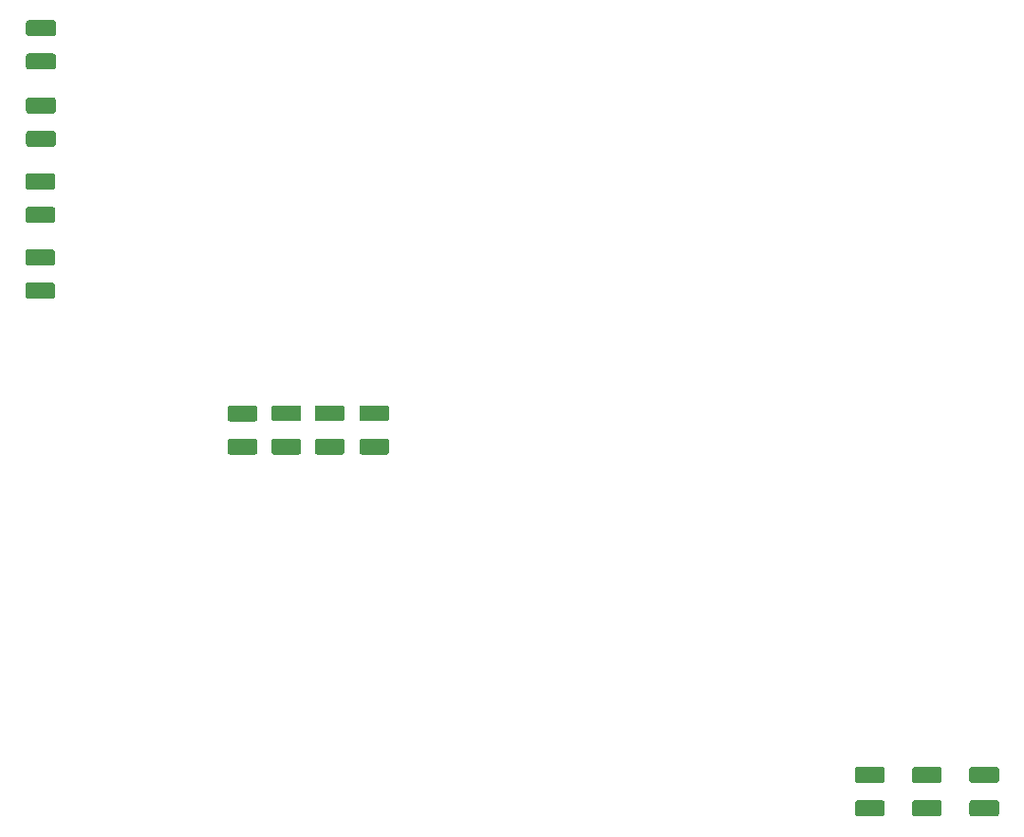
<source format=gbp>
G04 #@! TF.GenerationSoftware,KiCad,Pcbnew,5.1.5+dfsg1-2build2*
G04 #@! TF.CreationDate,2020-11-12T16:29:49+01:00*
G04 #@! TF.ProjectId,motherboard,6d6f7468-6572-4626-9f61-72642e6b6963,v0.3*
G04 #@! TF.SameCoordinates,Original*
G04 #@! TF.FileFunction,Paste,Bot*
G04 #@! TF.FilePolarity,Positive*
%FSLAX46Y46*%
G04 Gerber Fmt 4.6, Leading zero omitted, Abs format (unit mm)*
G04 Created by KiCad (PCBNEW 5.1.5+dfsg1-2build2) date 2020-11-12 16:29:49*
%MOMM*%
%LPD*%
G04 APERTURE LIST*
%ADD10C,0.150000*%
G04 APERTURE END LIST*
D10*
G36*
X59974504Y-106476204D02*
G01*
X59998773Y-106479804D01*
X60022571Y-106485765D01*
X60045671Y-106494030D01*
X60067849Y-106504520D01*
X60088893Y-106517133D01*
X60108598Y-106531747D01*
X60126777Y-106548223D01*
X60143253Y-106566402D01*
X60157867Y-106586107D01*
X60170480Y-106607151D01*
X60180970Y-106629329D01*
X60189235Y-106652429D01*
X60195196Y-106676227D01*
X60198796Y-106700496D01*
X60200000Y-106725000D01*
X60200000Y-107650000D01*
X60198796Y-107674504D01*
X60195196Y-107698773D01*
X60189235Y-107722571D01*
X60180970Y-107745671D01*
X60170480Y-107767849D01*
X60157867Y-107788893D01*
X60143253Y-107808598D01*
X60126777Y-107826777D01*
X60108598Y-107843253D01*
X60088893Y-107857867D01*
X60067849Y-107870480D01*
X60045671Y-107880970D01*
X60022571Y-107889235D01*
X59998773Y-107895196D01*
X59974504Y-107898796D01*
X59950000Y-107900000D01*
X57800000Y-107900000D01*
X57775496Y-107898796D01*
X57751227Y-107895196D01*
X57727429Y-107889235D01*
X57704329Y-107880970D01*
X57682151Y-107870480D01*
X57661107Y-107857867D01*
X57641402Y-107843253D01*
X57623223Y-107826777D01*
X57606747Y-107808598D01*
X57592133Y-107788893D01*
X57579520Y-107767849D01*
X57569030Y-107745671D01*
X57560765Y-107722571D01*
X57554804Y-107698773D01*
X57551204Y-107674504D01*
X57550000Y-107650000D01*
X57550000Y-106725000D01*
X57551204Y-106700496D01*
X57554804Y-106676227D01*
X57560765Y-106652429D01*
X57569030Y-106629329D01*
X57579520Y-106607151D01*
X57592133Y-106586107D01*
X57606747Y-106566402D01*
X57623223Y-106548223D01*
X57641402Y-106531747D01*
X57661107Y-106517133D01*
X57682151Y-106504520D01*
X57704329Y-106494030D01*
X57727429Y-106485765D01*
X57751227Y-106479804D01*
X57775496Y-106476204D01*
X57800000Y-106475000D01*
X59950000Y-106475000D01*
X59974504Y-106476204D01*
G37*
G36*
X59974504Y-103501204D02*
G01*
X59998773Y-103504804D01*
X60022571Y-103510765D01*
X60045671Y-103519030D01*
X60067849Y-103529520D01*
X60088893Y-103542133D01*
X60108598Y-103556747D01*
X60126777Y-103573223D01*
X60143253Y-103591402D01*
X60157867Y-103611107D01*
X60170480Y-103632151D01*
X60180970Y-103654329D01*
X60189235Y-103677429D01*
X60195196Y-103701227D01*
X60198796Y-103725496D01*
X60200000Y-103750000D01*
X60200000Y-104675000D01*
X60198796Y-104699504D01*
X60195196Y-104723773D01*
X60189235Y-104747571D01*
X60180970Y-104770671D01*
X60170480Y-104792849D01*
X60157867Y-104813893D01*
X60143253Y-104833598D01*
X60126777Y-104851777D01*
X60108598Y-104868253D01*
X60088893Y-104882867D01*
X60067849Y-104895480D01*
X60045671Y-104905970D01*
X60022571Y-104914235D01*
X59998773Y-104920196D01*
X59974504Y-104923796D01*
X59950000Y-104925000D01*
X57800000Y-104925000D01*
X57775496Y-104923796D01*
X57751227Y-104920196D01*
X57727429Y-104914235D01*
X57704329Y-104905970D01*
X57682151Y-104895480D01*
X57661107Y-104882867D01*
X57641402Y-104868253D01*
X57623223Y-104851777D01*
X57606747Y-104833598D01*
X57592133Y-104813893D01*
X57579520Y-104792849D01*
X57569030Y-104770671D01*
X57560765Y-104747571D01*
X57554804Y-104723773D01*
X57551204Y-104699504D01*
X57550000Y-104675000D01*
X57550000Y-103750000D01*
X57551204Y-103725496D01*
X57554804Y-103701227D01*
X57560765Y-103677429D01*
X57569030Y-103654329D01*
X57579520Y-103632151D01*
X57592133Y-103611107D01*
X57606747Y-103591402D01*
X57623223Y-103573223D01*
X57641402Y-103556747D01*
X57661107Y-103542133D01*
X57682151Y-103529520D01*
X57704329Y-103519030D01*
X57727429Y-103510765D01*
X57751227Y-103504804D01*
X57775496Y-103501204D01*
X57800000Y-103500000D01*
X59950000Y-103500000D01*
X59974504Y-103501204D01*
G37*
G36*
X48224504Y-106488704D02*
G01*
X48248773Y-106492304D01*
X48272571Y-106498265D01*
X48295671Y-106506530D01*
X48317849Y-106517020D01*
X48338893Y-106529633D01*
X48358598Y-106544247D01*
X48376777Y-106560723D01*
X48393253Y-106578902D01*
X48407867Y-106598607D01*
X48420480Y-106619651D01*
X48430970Y-106641829D01*
X48439235Y-106664929D01*
X48445196Y-106688727D01*
X48448796Y-106712996D01*
X48450000Y-106737500D01*
X48450000Y-107662500D01*
X48448796Y-107687004D01*
X48445196Y-107711273D01*
X48439235Y-107735071D01*
X48430970Y-107758171D01*
X48420480Y-107780349D01*
X48407867Y-107801393D01*
X48393253Y-107821098D01*
X48376777Y-107839277D01*
X48358598Y-107855753D01*
X48338893Y-107870367D01*
X48317849Y-107882980D01*
X48295671Y-107893470D01*
X48272571Y-107901735D01*
X48248773Y-107907696D01*
X48224504Y-107911296D01*
X48200000Y-107912500D01*
X46050000Y-107912500D01*
X46025496Y-107911296D01*
X46001227Y-107907696D01*
X45977429Y-107901735D01*
X45954329Y-107893470D01*
X45932151Y-107882980D01*
X45911107Y-107870367D01*
X45891402Y-107855753D01*
X45873223Y-107839277D01*
X45856747Y-107821098D01*
X45842133Y-107801393D01*
X45829520Y-107780349D01*
X45819030Y-107758171D01*
X45810765Y-107735071D01*
X45804804Y-107711273D01*
X45801204Y-107687004D01*
X45800000Y-107662500D01*
X45800000Y-106737500D01*
X45801204Y-106712996D01*
X45804804Y-106688727D01*
X45810765Y-106664929D01*
X45819030Y-106641829D01*
X45829520Y-106619651D01*
X45842133Y-106598607D01*
X45856747Y-106578902D01*
X45873223Y-106560723D01*
X45891402Y-106544247D01*
X45911107Y-106529633D01*
X45932151Y-106517020D01*
X45954329Y-106506530D01*
X45977429Y-106498265D01*
X46001227Y-106492304D01*
X46025496Y-106488704D01*
X46050000Y-106487500D01*
X48200000Y-106487500D01*
X48224504Y-106488704D01*
G37*
G36*
X48224504Y-103513704D02*
G01*
X48248773Y-103517304D01*
X48272571Y-103523265D01*
X48295671Y-103531530D01*
X48317849Y-103542020D01*
X48338893Y-103554633D01*
X48358598Y-103569247D01*
X48376777Y-103585723D01*
X48393253Y-103603902D01*
X48407867Y-103623607D01*
X48420480Y-103644651D01*
X48430970Y-103666829D01*
X48439235Y-103689929D01*
X48445196Y-103713727D01*
X48448796Y-103737996D01*
X48450000Y-103762500D01*
X48450000Y-104687500D01*
X48448796Y-104712004D01*
X48445196Y-104736273D01*
X48439235Y-104760071D01*
X48430970Y-104783171D01*
X48420480Y-104805349D01*
X48407867Y-104826393D01*
X48393253Y-104846098D01*
X48376777Y-104864277D01*
X48358598Y-104880753D01*
X48338893Y-104895367D01*
X48317849Y-104907980D01*
X48295671Y-104918470D01*
X48272571Y-104926735D01*
X48248773Y-104932696D01*
X48224504Y-104936296D01*
X48200000Y-104937500D01*
X46050000Y-104937500D01*
X46025496Y-104936296D01*
X46001227Y-104932696D01*
X45977429Y-104926735D01*
X45954329Y-104918470D01*
X45932151Y-104907980D01*
X45911107Y-104895367D01*
X45891402Y-104880753D01*
X45873223Y-104864277D01*
X45856747Y-104846098D01*
X45842133Y-104826393D01*
X45829520Y-104805349D01*
X45819030Y-104783171D01*
X45810765Y-104760071D01*
X45804804Y-104736273D01*
X45801204Y-104712004D01*
X45800000Y-104687500D01*
X45800000Y-103762500D01*
X45801204Y-103737996D01*
X45804804Y-103713727D01*
X45810765Y-103689929D01*
X45819030Y-103666829D01*
X45829520Y-103644651D01*
X45842133Y-103623607D01*
X45856747Y-103603902D01*
X45873223Y-103585723D01*
X45891402Y-103569247D01*
X45911107Y-103554633D01*
X45932151Y-103542020D01*
X45954329Y-103531530D01*
X45977429Y-103523265D01*
X46001227Y-103517304D01*
X46025496Y-103513704D01*
X46050000Y-103512500D01*
X48200000Y-103512500D01*
X48224504Y-103513704D01*
G37*
G36*
X55999504Y-106476204D02*
G01*
X56023773Y-106479804D01*
X56047571Y-106485765D01*
X56070671Y-106494030D01*
X56092849Y-106504520D01*
X56113893Y-106517133D01*
X56133598Y-106531747D01*
X56151777Y-106548223D01*
X56168253Y-106566402D01*
X56182867Y-106586107D01*
X56195480Y-106607151D01*
X56205970Y-106629329D01*
X56214235Y-106652429D01*
X56220196Y-106676227D01*
X56223796Y-106700496D01*
X56225000Y-106725000D01*
X56225000Y-107650000D01*
X56223796Y-107674504D01*
X56220196Y-107698773D01*
X56214235Y-107722571D01*
X56205970Y-107745671D01*
X56195480Y-107767849D01*
X56182867Y-107788893D01*
X56168253Y-107808598D01*
X56151777Y-107826777D01*
X56133598Y-107843253D01*
X56113893Y-107857867D01*
X56092849Y-107870480D01*
X56070671Y-107880970D01*
X56047571Y-107889235D01*
X56023773Y-107895196D01*
X55999504Y-107898796D01*
X55975000Y-107900000D01*
X53825000Y-107900000D01*
X53800496Y-107898796D01*
X53776227Y-107895196D01*
X53752429Y-107889235D01*
X53729329Y-107880970D01*
X53707151Y-107870480D01*
X53686107Y-107857867D01*
X53666402Y-107843253D01*
X53648223Y-107826777D01*
X53631747Y-107808598D01*
X53617133Y-107788893D01*
X53604520Y-107767849D01*
X53594030Y-107745671D01*
X53585765Y-107722571D01*
X53579804Y-107698773D01*
X53576204Y-107674504D01*
X53575000Y-107650000D01*
X53575000Y-106725000D01*
X53576204Y-106700496D01*
X53579804Y-106676227D01*
X53585765Y-106652429D01*
X53594030Y-106629329D01*
X53604520Y-106607151D01*
X53617133Y-106586107D01*
X53631747Y-106566402D01*
X53648223Y-106548223D01*
X53666402Y-106531747D01*
X53686107Y-106517133D01*
X53707151Y-106504520D01*
X53729329Y-106494030D01*
X53752429Y-106485765D01*
X53776227Y-106479804D01*
X53800496Y-106476204D01*
X53825000Y-106475000D01*
X55975000Y-106475000D01*
X55999504Y-106476204D01*
G37*
G36*
X55999504Y-103501204D02*
G01*
X56023773Y-103504804D01*
X56047571Y-103510765D01*
X56070671Y-103519030D01*
X56092849Y-103529520D01*
X56113893Y-103542133D01*
X56133598Y-103556747D01*
X56151777Y-103573223D01*
X56168253Y-103591402D01*
X56182867Y-103611107D01*
X56195480Y-103632151D01*
X56205970Y-103654329D01*
X56214235Y-103677429D01*
X56220196Y-103701227D01*
X56223796Y-103725496D01*
X56225000Y-103750000D01*
X56225000Y-104675000D01*
X56223796Y-104699504D01*
X56220196Y-104723773D01*
X56214235Y-104747571D01*
X56205970Y-104770671D01*
X56195480Y-104792849D01*
X56182867Y-104813893D01*
X56168253Y-104833598D01*
X56151777Y-104851777D01*
X56133598Y-104868253D01*
X56113893Y-104882867D01*
X56092849Y-104895480D01*
X56070671Y-104905970D01*
X56047571Y-104914235D01*
X56023773Y-104920196D01*
X55999504Y-104923796D01*
X55975000Y-104925000D01*
X53825000Y-104925000D01*
X53800496Y-104923796D01*
X53776227Y-104920196D01*
X53752429Y-104914235D01*
X53729329Y-104905970D01*
X53707151Y-104895480D01*
X53686107Y-104882867D01*
X53666402Y-104868253D01*
X53648223Y-104851777D01*
X53631747Y-104833598D01*
X53617133Y-104813893D01*
X53604520Y-104792849D01*
X53594030Y-104770671D01*
X53585765Y-104747571D01*
X53579804Y-104723773D01*
X53576204Y-104699504D01*
X53575000Y-104675000D01*
X53575000Y-103750000D01*
X53576204Y-103725496D01*
X53579804Y-103701227D01*
X53585765Y-103677429D01*
X53594030Y-103654329D01*
X53604520Y-103632151D01*
X53617133Y-103611107D01*
X53631747Y-103591402D01*
X53648223Y-103573223D01*
X53666402Y-103556747D01*
X53686107Y-103542133D01*
X53707151Y-103529520D01*
X53729329Y-103519030D01*
X53752429Y-103510765D01*
X53776227Y-103504804D01*
X53800496Y-103501204D01*
X53825000Y-103500000D01*
X55975000Y-103500000D01*
X55999504Y-103501204D01*
G37*
G36*
X52149504Y-106476204D02*
G01*
X52173773Y-106479804D01*
X52197571Y-106485765D01*
X52220671Y-106494030D01*
X52242849Y-106504520D01*
X52263893Y-106517133D01*
X52283598Y-106531747D01*
X52301777Y-106548223D01*
X52318253Y-106566402D01*
X52332867Y-106586107D01*
X52345480Y-106607151D01*
X52355970Y-106629329D01*
X52364235Y-106652429D01*
X52370196Y-106676227D01*
X52373796Y-106700496D01*
X52375000Y-106725000D01*
X52375000Y-107650000D01*
X52373796Y-107674504D01*
X52370196Y-107698773D01*
X52364235Y-107722571D01*
X52355970Y-107745671D01*
X52345480Y-107767849D01*
X52332867Y-107788893D01*
X52318253Y-107808598D01*
X52301777Y-107826777D01*
X52283598Y-107843253D01*
X52263893Y-107857867D01*
X52242849Y-107870480D01*
X52220671Y-107880970D01*
X52197571Y-107889235D01*
X52173773Y-107895196D01*
X52149504Y-107898796D01*
X52125000Y-107900000D01*
X49975000Y-107900000D01*
X49950496Y-107898796D01*
X49926227Y-107895196D01*
X49902429Y-107889235D01*
X49879329Y-107880970D01*
X49857151Y-107870480D01*
X49836107Y-107857867D01*
X49816402Y-107843253D01*
X49798223Y-107826777D01*
X49781747Y-107808598D01*
X49767133Y-107788893D01*
X49754520Y-107767849D01*
X49744030Y-107745671D01*
X49735765Y-107722571D01*
X49729804Y-107698773D01*
X49726204Y-107674504D01*
X49725000Y-107650000D01*
X49725000Y-106725000D01*
X49726204Y-106700496D01*
X49729804Y-106676227D01*
X49735765Y-106652429D01*
X49744030Y-106629329D01*
X49754520Y-106607151D01*
X49767133Y-106586107D01*
X49781747Y-106566402D01*
X49798223Y-106548223D01*
X49816402Y-106531747D01*
X49836107Y-106517133D01*
X49857151Y-106504520D01*
X49879329Y-106494030D01*
X49902429Y-106485765D01*
X49926227Y-106479804D01*
X49950496Y-106476204D01*
X49975000Y-106475000D01*
X52125000Y-106475000D01*
X52149504Y-106476204D01*
G37*
G36*
X52149504Y-103501204D02*
G01*
X52173773Y-103504804D01*
X52197571Y-103510765D01*
X52220671Y-103519030D01*
X52242849Y-103529520D01*
X52263893Y-103542133D01*
X52283598Y-103556747D01*
X52301777Y-103573223D01*
X52318253Y-103591402D01*
X52332867Y-103611107D01*
X52345480Y-103632151D01*
X52355970Y-103654329D01*
X52364235Y-103677429D01*
X52370196Y-103701227D01*
X52373796Y-103725496D01*
X52375000Y-103750000D01*
X52375000Y-104675000D01*
X52373796Y-104699504D01*
X52370196Y-104723773D01*
X52364235Y-104747571D01*
X52355970Y-104770671D01*
X52345480Y-104792849D01*
X52332867Y-104813893D01*
X52318253Y-104833598D01*
X52301777Y-104851777D01*
X52283598Y-104868253D01*
X52263893Y-104882867D01*
X52242849Y-104895480D01*
X52220671Y-104905970D01*
X52197571Y-104914235D01*
X52173773Y-104920196D01*
X52149504Y-104923796D01*
X52125000Y-104925000D01*
X49975000Y-104925000D01*
X49950496Y-104923796D01*
X49926227Y-104920196D01*
X49902429Y-104914235D01*
X49879329Y-104905970D01*
X49857151Y-104895480D01*
X49836107Y-104882867D01*
X49816402Y-104868253D01*
X49798223Y-104851777D01*
X49781747Y-104833598D01*
X49767133Y-104813893D01*
X49754520Y-104792849D01*
X49744030Y-104770671D01*
X49735765Y-104747571D01*
X49729804Y-104723773D01*
X49726204Y-104699504D01*
X49725000Y-104675000D01*
X49725000Y-103750000D01*
X49726204Y-103725496D01*
X49729804Y-103701227D01*
X49735765Y-103677429D01*
X49744030Y-103654329D01*
X49754520Y-103632151D01*
X49767133Y-103611107D01*
X49781747Y-103591402D01*
X49798223Y-103573223D01*
X49816402Y-103556747D01*
X49836107Y-103542133D01*
X49857151Y-103529520D01*
X49879329Y-103519030D01*
X49902429Y-103510765D01*
X49926227Y-103504804D01*
X49950496Y-103501204D01*
X49975000Y-103500000D01*
X52125000Y-103500000D01*
X52149504Y-103501204D01*
G37*
G36*
X30199504Y-85776204D02*
G01*
X30223773Y-85779804D01*
X30247571Y-85785765D01*
X30270671Y-85794030D01*
X30292849Y-85804520D01*
X30313893Y-85817133D01*
X30333598Y-85831747D01*
X30351777Y-85848223D01*
X30368253Y-85866402D01*
X30382867Y-85886107D01*
X30395480Y-85907151D01*
X30405970Y-85929329D01*
X30414235Y-85952429D01*
X30420196Y-85976227D01*
X30423796Y-86000496D01*
X30425000Y-86025000D01*
X30425000Y-86950000D01*
X30423796Y-86974504D01*
X30420196Y-86998773D01*
X30414235Y-87022571D01*
X30405970Y-87045671D01*
X30395480Y-87067849D01*
X30382867Y-87088893D01*
X30368253Y-87108598D01*
X30351777Y-87126777D01*
X30333598Y-87143253D01*
X30313893Y-87157867D01*
X30292849Y-87170480D01*
X30270671Y-87180970D01*
X30247571Y-87189235D01*
X30223773Y-87195196D01*
X30199504Y-87198796D01*
X30175000Y-87200000D01*
X28025000Y-87200000D01*
X28000496Y-87198796D01*
X27976227Y-87195196D01*
X27952429Y-87189235D01*
X27929329Y-87180970D01*
X27907151Y-87170480D01*
X27886107Y-87157867D01*
X27866402Y-87143253D01*
X27848223Y-87126777D01*
X27831747Y-87108598D01*
X27817133Y-87088893D01*
X27804520Y-87067849D01*
X27794030Y-87045671D01*
X27785765Y-87022571D01*
X27779804Y-86998773D01*
X27776204Y-86974504D01*
X27775000Y-86950000D01*
X27775000Y-86025000D01*
X27776204Y-86000496D01*
X27779804Y-85976227D01*
X27785765Y-85952429D01*
X27794030Y-85929329D01*
X27804520Y-85907151D01*
X27817133Y-85886107D01*
X27831747Y-85866402D01*
X27848223Y-85848223D01*
X27866402Y-85831747D01*
X27886107Y-85817133D01*
X27907151Y-85804520D01*
X27929329Y-85794030D01*
X27952429Y-85785765D01*
X27976227Y-85779804D01*
X28000496Y-85776204D01*
X28025000Y-85775000D01*
X30175000Y-85775000D01*
X30199504Y-85776204D01*
G37*
G36*
X30199504Y-82801204D02*
G01*
X30223773Y-82804804D01*
X30247571Y-82810765D01*
X30270671Y-82819030D01*
X30292849Y-82829520D01*
X30313893Y-82842133D01*
X30333598Y-82856747D01*
X30351777Y-82873223D01*
X30368253Y-82891402D01*
X30382867Y-82911107D01*
X30395480Y-82932151D01*
X30405970Y-82954329D01*
X30414235Y-82977429D01*
X30420196Y-83001227D01*
X30423796Y-83025496D01*
X30425000Y-83050000D01*
X30425000Y-83975000D01*
X30423796Y-83999504D01*
X30420196Y-84023773D01*
X30414235Y-84047571D01*
X30405970Y-84070671D01*
X30395480Y-84092849D01*
X30382867Y-84113893D01*
X30368253Y-84133598D01*
X30351777Y-84151777D01*
X30333598Y-84168253D01*
X30313893Y-84182867D01*
X30292849Y-84195480D01*
X30270671Y-84205970D01*
X30247571Y-84214235D01*
X30223773Y-84220196D01*
X30199504Y-84223796D01*
X30175000Y-84225000D01*
X28025000Y-84225000D01*
X28000496Y-84223796D01*
X27976227Y-84220196D01*
X27952429Y-84214235D01*
X27929329Y-84205970D01*
X27907151Y-84195480D01*
X27886107Y-84182867D01*
X27866402Y-84168253D01*
X27848223Y-84151777D01*
X27831747Y-84133598D01*
X27817133Y-84113893D01*
X27804520Y-84092849D01*
X27794030Y-84070671D01*
X27785765Y-84047571D01*
X27779804Y-84023773D01*
X27776204Y-83999504D01*
X27775000Y-83975000D01*
X27775000Y-83050000D01*
X27776204Y-83025496D01*
X27779804Y-83001227D01*
X27785765Y-82977429D01*
X27794030Y-82954329D01*
X27804520Y-82932151D01*
X27817133Y-82911107D01*
X27831747Y-82891402D01*
X27848223Y-82873223D01*
X27866402Y-82856747D01*
X27886107Y-82842133D01*
X27907151Y-82829520D01*
X27929329Y-82819030D01*
X27952429Y-82810765D01*
X27976227Y-82804804D01*
X28000496Y-82801204D01*
X28025000Y-82800000D01*
X30175000Y-82800000D01*
X30199504Y-82801204D01*
G37*
G36*
X30249504Y-78976204D02*
G01*
X30273773Y-78979804D01*
X30297571Y-78985765D01*
X30320671Y-78994030D01*
X30342849Y-79004520D01*
X30363893Y-79017133D01*
X30383598Y-79031747D01*
X30401777Y-79048223D01*
X30418253Y-79066402D01*
X30432867Y-79086107D01*
X30445480Y-79107151D01*
X30455970Y-79129329D01*
X30464235Y-79152429D01*
X30470196Y-79176227D01*
X30473796Y-79200496D01*
X30475000Y-79225000D01*
X30475000Y-80150000D01*
X30473796Y-80174504D01*
X30470196Y-80198773D01*
X30464235Y-80222571D01*
X30455970Y-80245671D01*
X30445480Y-80267849D01*
X30432867Y-80288893D01*
X30418253Y-80308598D01*
X30401777Y-80326777D01*
X30383598Y-80343253D01*
X30363893Y-80357867D01*
X30342849Y-80370480D01*
X30320671Y-80380970D01*
X30297571Y-80389235D01*
X30273773Y-80395196D01*
X30249504Y-80398796D01*
X30225000Y-80400000D01*
X28075000Y-80400000D01*
X28050496Y-80398796D01*
X28026227Y-80395196D01*
X28002429Y-80389235D01*
X27979329Y-80380970D01*
X27957151Y-80370480D01*
X27936107Y-80357867D01*
X27916402Y-80343253D01*
X27898223Y-80326777D01*
X27881747Y-80308598D01*
X27867133Y-80288893D01*
X27854520Y-80267849D01*
X27844030Y-80245671D01*
X27835765Y-80222571D01*
X27829804Y-80198773D01*
X27826204Y-80174504D01*
X27825000Y-80150000D01*
X27825000Y-79225000D01*
X27826204Y-79200496D01*
X27829804Y-79176227D01*
X27835765Y-79152429D01*
X27844030Y-79129329D01*
X27854520Y-79107151D01*
X27867133Y-79086107D01*
X27881747Y-79066402D01*
X27898223Y-79048223D01*
X27916402Y-79031747D01*
X27936107Y-79017133D01*
X27957151Y-79004520D01*
X27979329Y-78994030D01*
X28002429Y-78985765D01*
X28026227Y-78979804D01*
X28050496Y-78976204D01*
X28075000Y-78975000D01*
X30225000Y-78975000D01*
X30249504Y-78976204D01*
G37*
G36*
X30249504Y-76001204D02*
G01*
X30273773Y-76004804D01*
X30297571Y-76010765D01*
X30320671Y-76019030D01*
X30342849Y-76029520D01*
X30363893Y-76042133D01*
X30383598Y-76056747D01*
X30401777Y-76073223D01*
X30418253Y-76091402D01*
X30432867Y-76111107D01*
X30445480Y-76132151D01*
X30455970Y-76154329D01*
X30464235Y-76177429D01*
X30470196Y-76201227D01*
X30473796Y-76225496D01*
X30475000Y-76250000D01*
X30475000Y-77175000D01*
X30473796Y-77199504D01*
X30470196Y-77223773D01*
X30464235Y-77247571D01*
X30455970Y-77270671D01*
X30445480Y-77292849D01*
X30432867Y-77313893D01*
X30418253Y-77333598D01*
X30401777Y-77351777D01*
X30383598Y-77368253D01*
X30363893Y-77382867D01*
X30342849Y-77395480D01*
X30320671Y-77405970D01*
X30297571Y-77414235D01*
X30273773Y-77420196D01*
X30249504Y-77423796D01*
X30225000Y-77425000D01*
X28075000Y-77425000D01*
X28050496Y-77423796D01*
X28026227Y-77420196D01*
X28002429Y-77414235D01*
X27979329Y-77405970D01*
X27957151Y-77395480D01*
X27936107Y-77382867D01*
X27916402Y-77368253D01*
X27898223Y-77351777D01*
X27881747Y-77333598D01*
X27867133Y-77313893D01*
X27854520Y-77292849D01*
X27844030Y-77270671D01*
X27835765Y-77247571D01*
X27829804Y-77223773D01*
X27826204Y-77199504D01*
X27825000Y-77175000D01*
X27825000Y-76250000D01*
X27826204Y-76225496D01*
X27829804Y-76201227D01*
X27835765Y-76177429D01*
X27844030Y-76154329D01*
X27854520Y-76132151D01*
X27867133Y-76111107D01*
X27881747Y-76091402D01*
X27898223Y-76073223D01*
X27916402Y-76056747D01*
X27936107Y-76042133D01*
X27957151Y-76029520D01*
X27979329Y-76019030D01*
X28002429Y-76010765D01*
X28026227Y-76004804D01*
X28050496Y-76001204D01*
X28075000Y-76000000D01*
X30225000Y-76000000D01*
X30249504Y-76001204D01*
G37*
G36*
X30174504Y-92551204D02*
G01*
X30198773Y-92554804D01*
X30222571Y-92560765D01*
X30245671Y-92569030D01*
X30267849Y-92579520D01*
X30288893Y-92592133D01*
X30308598Y-92606747D01*
X30326777Y-92623223D01*
X30343253Y-92641402D01*
X30357867Y-92661107D01*
X30370480Y-92682151D01*
X30380970Y-92704329D01*
X30389235Y-92727429D01*
X30395196Y-92751227D01*
X30398796Y-92775496D01*
X30400000Y-92800000D01*
X30400000Y-93725000D01*
X30398796Y-93749504D01*
X30395196Y-93773773D01*
X30389235Y-93797571D01*
X30380970Y-93820671D01*
X30370480Y-93842849D01*
X30357867Y-93863893D01*
X30343253Y-93883598D01*
X30326777Y-93901777D01*
X30308598Y-93918253D01*
X30288893Y-93932867D01*
X30267849Y-93945480D01*
X30245671Y-93955970D01*
X30222571Y-93964235D01*
X30198773Y-93970196D01*
X30174504Y-93973796D01*
X30150000Y-93975000D01*
X28000000Y-93975000D01*
X27975496Y-93973796D01*
X27951227Y-93970196D01*
X27927429Y-93964235D01*
X27904329Y-93955970D01*
X27882151Y-93945480D01*
X27861107Y-93932867D01*
X27841402Y-93918253D01*
X27823223Y-93901777D01*
X27806747Y-93883598D01*
X27792133Y-93863893D01*
X27779520Y-93842849D01*
X27769030Y-93820671D01*
X27760765Y-93797571D01*
X27754804Y-93773773D01*
X27751204Y-93749504D01*
X27750000Y-93725000D01*
X27750000Y-92800000D01*
X27751204Y-92775496D01*
X27754804Y-92751227D01*
X27760765Y-92727429D01*
X27769030Y-92704329D01*
X27779520Y-92682151D01*
X27792133Y-92661107D01*
X27806747Y-92641402D01*
X27823223Y-92623223D01*
X27841402Y-92606747D01*
X27861107Y-92592133D01*
X27882151Y-92579520D01*
X27904329Y-92569030D01*
X27927429Y-92560765D01*
X27951227Y-92554804D01*
X27975496Y-92551204D01*
X28000000Y-92550000D01*
X30150000Y-92550000D01*
X30174504Y-92551204D01*
G37*
G36*
X30174504Y-89576204D02*
G01*
X30198773Y-89579804D01*
X30222571Y-89585765D01*
X30245671Y-89594030D01*
X30267849Y-89604520D01*
X30288893Y-89617133D01*
X30308598Y-89631747D01*
X30326777Y-89648223D01*
X30343253Y-89666402D01*
X30357867Y-89686107D01*
X30370480Y-89707151D01*
X30380970Y-89729329D01*
X30389235Y-89752429D01*
X30395196Y-89776227D01*
X30398796Y-89800496D01*
X30400000Y-89825000D01*
X30400000Y-90750000D01*
X30398796Y-90774504D01*
X30395196Y-90798773D01*
X30389235Y-90822571D01*
X30380970Y-90845671D01*
X30370480Y-90867849D01*
X30357867Y-90888893D01*
X30343253Y-90908598D01*
X30326777Y-90926777D01*
X30308598Y-90943253D01*
X30288893Y-90957867D01*
X30267849Y-90970480D01*
X30245671Y-90980970D01*
X30222571Y-90989235D01*
X30198773Y-90995196D01*
X30174504Y-90998796D01*
X30150000Y-91000000D01*
X28000000Y-91000000D01*
X27975496Y-90998796D01*
X27951227Y-90995196D01*
X27927429Y-90989235D01*
X27904329Y-90980970D01*
X27882151Y-90970480D01*
X27861107Y-90957867D01*
X27841402Y-90943253D01*
X27823223Y-90926777D01*
X27806747Y-90908598D01*
X27792133Y-90888893D01*
X27779520Y-90867849D01*
X27769030Y-90845671D01*
X27760765Y-90822571D01*
X27754804Y-90798773D01*
X27751204Y-90774504D01*
X27750000Y-90750000D01*
X27750000Y-89825000D01*
X27751204Y-89800496D01*
X27754804Y-89776227D01*
X27760765Y-89752429D01*
X27769030Y-89729329D01*
X27779520Y-89707151D01*
X27792133Y-89686107D01*
X27806747Y-89666402D01*
X27823223Y-89648223D01*
X27841402Y-89631747D01*
X27861107Y-89617133D01*
X27882151Y-89604520D01*
X27904329Y-89594030D01*
X27927429Y-89585765D01*
X27951227Y-89579804D01*
X27975496Y-89576204D01*
X28000000Y-89575000D01*
X30150000Y-89575000D01*
X30174504Y-89576204D01*
G37*
G36*
X30249504Y-72076204D02*
G01*
X30273773Y-72079804D01*
X30297571Y-72085765D01*
X30320671Y-72094030D01*
X30342849Y-72104520D01*
X30363893Y-72117133D01*
X30383598Y-72131747D01*
X30401777Y-72148223D01*
X30418253Y-72166402D01*
X30432867Y-72186107D01*
X30445480Y-72207151D01*
X30455970Y-72229329D01*
X30464235Y-72252429D01*
X30470196Y-72276227D01*
X30473796Y-72300496D01*
X30475000Y-72325000D01*
X30475000Y-73250000D01*
X30473796Y-73274504D01*
X30470196Y-73298773D01*
X30464235Y-73322571D01*
X30455970Y-73345671D01*
X30445480Y-73367849D01*
X30432867Y-73388893D01*
X30418253Y-73408598D01*
X30401777Y-73426777D01*
X30383598Y-73443253D01*
X30363893Y-73457867D01*
X30342849Y-73470480D01*
X30320671Y-73480970D01*
X30297571Y-73489235D01*
X30273773Y-73495196D01*
X30249504Y-73498796D01*
X30225000Y-73500000D01*
X28075000Y-73500000D01*
X28050496Y-73498796D01*
X28026227Y-73495196D01*
X28002429Y-73489235D01*
X27979329Y-73480970D01*
X27957151Y-73470480D01*
X27936107Y-73457867D01*
X27916402Y-73443253D01*
X27898223Y-73426777D01*
X27881747Y-73408598D01*
X27867133Y-73388893D01*
X27854520Y-73367849D01*
X27844030Y-73345671D01*
X27835765Y-73322571D01*
X27829804Y-73298773D01*
X27826204Y-73274504D01*
X27825000Y-73250000D01*
X27825000Y-72325000D01*
X27826204Y-72300496D01*
X27829804Y-72276227D01*
X27835765Y-72252429D01*
X27844030Y-72229329D01*
X27854520Y-72207151D01*
X27867133Y-72186107D01*
X27881747Y-72166402D01*
X27898223Y-72148223D01*
X27916402Y-72131747D01*
X27936107Y-72117133D01*
X27957151Y-72104520D01*
X27979329Y-72094030D01*
X28002429Y-72085765D01*
X28026227Y-72079804D01*
X28050496Y-72076204D01*
X28075000Y-72075000D01*
X30225000Y-72075000D01*
X30249504Y-72076204D01*
G37*
G36*
X30249504Y-69101204D02*
G01*
X30273773Y-69104804D01*
X30297571Y-69110765D01*
X30320671Y-69119030D01*
X30342849Y-69129520D01*
X30363893Y-69142133D01*
X30383598Y-69156747D01*
X30401777Y-69173223D01*
X30418253Y-69191402D01*
X30432867Y-69211107D01*
X30445480Y-69232151D01*
X30455970Y-69254329D01*
X30464235Y-69277429D01*
X30470196Y-69301227D01*
X30473796Y-69325496D01*
X30475000Y-69350000D01*
X30475000Y-70275000D01*
X30473796Y-70299504D01*
X30470196Y-70323773D01*
X30464235Y-70347571D01*
X30455970Y-70370671D01*
X30445480Y-70392849D01*
X30432867Y-70413893D01*
X30418253Y-70433598D01*
X30401777Y-70451777D01*
X30383598Y-70468253D01*
X30363893Y-70482867D01*
X30342849Y-70495480D01*
X30320671Y-70505970D01*
X30297571Y-70514235D01*
X30273773Y-70520196D01*
X30249504Y-70523796D01*
X30225000Y-70525000D01*
X28075000Y-70525000D01*
X28050496Y-70523796D01*
X28026227Y-70520196D01*
X28002429Y-70514235D01*
X27979329Y-70505970D01*
X27957151Y-70495480D01*
X27936107Y-70482867D01*
X27916402Y-70468253D01*
X27898223Y-70451777D01*
X27881747Y-70433598D01*
X27867133Y-70413893D01*
X27854520Y-70392849D01*
X27844030Y-70370671D01*
X27835765Y-70347571D01*
X27829804Y-70323773D01*
X27826204Y-70299504D01*
X27825000Y-70275000D01*
X27825000Y-69350000D01*
X27826204Y-69325496D01*
X27829804Y-69301227D01*
X27835765Y-69277429D01*
X27844030Y-69254329D01*
X27854520Y-69232151D01*
X27867133Y-69211107D01*
X27881747Y-69191402D01*
X27898223Y-69173223D01*
X27916402Y-69156747D01*
X27936107Y-69142133D01*
X27957151Y-69129520D01*
X27979329Y-69119030D01*
X28002429Y-69110765D01*
X28026227Y-69104804D01*
X28050496Y-69101204D01*
X28075000Y-69100000D01*
X30225000Y-69100000D01*
X30249504Y-69101204D01*
G37*
G36*
X114399504Y-138776204D02*
G01*
X114423773Y-138779804D01*
X114447571Y-138785765D01*
X114470671Y-138794030D01*
X114492849Y-138804520D01*
X114513893Y-138817133D01*
X114533598Y-138831747D01*
X114551777Y-138848223D01*
X114568253Y-138866402D01*
X114582867Y-138886107D01*
X114595480Y-138907151D01*
X114605970Y-138929329D01*
X114614235Y-138952429D01*
X114620196Y-138976227D01*
X114623796Y-139000496D01*
X114625000Y-139025000D01*
X114625000Y-139950000D01*
X114623796Y-139974504D01*
X114620196Y-139998773D01*
X114614235Y-140022571D01*
X114605970Y-140045671D01*
X114595480Y-140067849D01*
X114582867Y-140088893D01*
X114568253Y-140108598D01*
X114551777Y-140126777D01*
X114533598Y-140143253D01*
X114513893Y-140157867D01*
X114492849Y-140170480D01*
X114470671Y-140180970D01*
X114447571Y-140189235D01*
X114423773Y-140195196D01*
X114399504Y-140198796D01*
X114375000Y-140200000D01*
X112225000Y-140200000D01*
X112200496Y-140198796D01*
X112176227Y-140195196D01*
X112152429Y-140189235D01*
X112129329Y-140180970D01*
X112107151Y-140170480D01*
X112086107Y-140157867D01*
X112066402Y-140143253D01*
X112048223Y-140126777D01*
X112031747Y-140108598D01*
X112017133Y-140088893D01*
X112004520Y-140067849D01*
X111994030Y-140045671D01*
X111985765Y-140022571D01*
X111979804Y-139998773D01*
X111976204Y-139974504D01*
X111975000Y-139950000D01*
X111975000Y-139025000D01*
X111976204Y-139000496D01*
X111979804Y-138976227D01*
X111985765Y-138952429D01*
X111994030Y-138929329D01*
X112004520Y-138907151D01*
X112017133Y-138886107D01*
X112031747Y-138866402D01*
X112048223Y-138848223D01*
X112066402Y-138831747D01*
X112086107Y-138817133D01*
X112107151Y-138804520D01*
X112129329Y-138794030D01*
X112152429Y-138785765D01*
X112176227Y-138779804D01*
X112200496Y-138776204D01*
X112225000Y-138775000D01*
X114375000Y-138775000D01*
X114399504Y-138776204D01*
G37*
G36*
X114399504Y-135801204D02*
G01*
X114423773Y-135804804D01*
X114447571Y-135810765D01*
X114470671Y-135819030D01*
X114492849Y-135829520D01*
X114513893Y-135842133D01*
X114533598Y-135856747D01*
X114551777Y-135873223D01*
X114568253Y-135891402D01*
X114582867Y-135911107D01*
X114595480Y-135932151D01*
X114605970Y-135954329D01*
X114614235Y-135977429D01*
X114620196Y-136001227D01*
X114623796Y-136025496D01*
X114625000Y-136050000D01*
X114625000Y-136975000D01*
X114623796Y-136999504D01*
X114620196Y-137023773D01*
X114614235Y-137047571D01*
X114605970Y-137070671D01*
X114595480Y-137092849D01*
X114582867Y-137113893D01*
X114568253Y-137133598D01*
X114551777Y-137151777D01*
X114533598Y-137168253D01*
X114513893Y-137182867D01*
X114492849Y-137195480D01*
X114470671Y-137205970D01*
X114447571Y-137214235D01*
X114423773Y-137220196D01*
X114399504Y-137223796D01*
X114375000Y-137225000D01*
X112225000Y-137225000D01*
X112200496Y-137223796D01*
X112176227Y-137220196D01*
X112152429Y-137214235D01*
X112129329Y-137205970D01*
X112107151Y-137195480D01*
X112086107Y-137182867D01*
X112066402Y-137168253D01*
X112048223Y-137151777D01*
X112031747Y-137133598D01*
X112017133Y-137113893D01*
X112004520Y-137092849D01*
X111994030Y-137070671D01*
X111985765Y-137047571D01*
X111979804Y-137023773D01*
X111976204Y-136999504D01*
X111975000Y-136975000D01*
X111975000Y-136050000D01*
X111976204Y-136025496D01*
X111979804Y-136001227D01*
X111985765Y-135977429D01*
X111994030Y-135954329D01*
X112004520Y-135932151D01*
X112017133Y-135911107D01*
X112031747Y-135891402D01*
X112048223Y-135873223D01*
X112066402Y-135856747D01*
X112086107Y-135842133D01*
X112107151Y-135829520D01*
X112129329Y-135819030D01*
X112152429Y-135810765D01*
X112176227Y-135804804D01*
X112200496Y-135801204D01*
X112225000Y-135800000D01*
X114375000Y-135800000D01*
X114399504Y-135801204D01*
G37*
G36*
X109299504Y-138776204D02*
G01*
X109323773Y-138779804D01*
X109347571Y-138785765D01*
X109370671Y-138794030D01*
X109392849Y-138804520D01*
X109413893Y-138817133D01*
X109433598Y-138831747D01*
X109451777Y-138848223D01*
X109468253Y-138866402D01*
X109482867Y-138886107D01*
X109495480Y-138907151D01*
X109505970Y-138929329D01*
X109514235Y-138952429D01*
X109520196Y-138976227D01*
X109523796Y-139000496D01*
X109525000Y-139025000D01*
X109525000Y-139950000D01*
X109523796Y-139974504D01*
X109520196Y-139998773D01*
X109514235Y-140022571D01*
X109505970Y-140045671D01*
X109495480Y-140067849D01*
X109482867Y-140088893D01*
X109468253Y-140108598D01*
X109451777Y-140126777D01*
X109433598Y-140143253D01*
X109413893Y-140157867D01*
X109392849Y-140170480D01*
X109370671Y-140180970D01*
X109347571Y-140189235D01*
X109323773Y-140195196D01*
X109299504Y-140198796D01*
X109275000Y-140200000D01*
X107125000Y-140200000D01*
X107100496Y-140198796D01*
X107076227Y-140195196D01*
X107052429Y-140189235D01*
X107029329Y-140180970D01*
X107007151Y-140170480D01*
X106986107Y-140157867D01*
X106966402Y-140143253D01*
X106948223Y-140126777D01*
X106931747Y-140108598D01*
X106917133Y-140088893D01*
X106904520Y-140067849D01*
X106894030Y-140045671D01*
X106885765Y-140022571D01*
X106879804Y-139998773D01*
X106876204Y-139974504D01*
X106875000Y-139950000D01*
X106875000Y-139025000D01*
X106876204Y-139000496D01*
X106879804Y-138976227D01*
X106885765Y-138952429D01*
X106894030Y-138929329D01*
X106904520Y-138907151D01*
X106917133Y-138886107D01*
X106931747Y-138866402D01*
X106948223Y-138848223D01*
X106966402Y-138831747D01*
X106986107Y-138817133D01*
X107007151Y-138804520D01*
X107029329Y-138794030D01*
X107052429Y-138785765D01*
X107076227Y-138779804D01*
X107100496Y-138776204D01*
X107125000Y-138775000D01*
X109275000Y-138775000D01*
X109299504Y-138776204D01*
G37*
G36*
X109299504Y-135801204D02*
G01*
X109323773Y-135804804D01*
X109347571Y-135810765D01*
X109370671Y-135819030D01*
X109392849Y-135829520D01*
X109413893Y-135842133D01*
X109433598Y-135856747D01*
X109451777Y-135873223D01*
X109468253Y-135891402D01*
X109482867Y-135911107D01*
X109495480Y-135932151D01*
X109505970Y-135954329D01*
X109514235Y-135977429D01*
X109520196Y-136001227D01*
X109523796Y-136025496D01*
X109525000Y-136050000D01*
X109525000Y-136975000D01*
X109523796Y-136999504D01*
X109520196Y-137023773D01*
X109514235Y-137047571D01*
X109505970Y-137070671D01*
X109495480Y-137092849D01*
X109482867Y-137113893D01*
X109468253Y-137133598D01*
X109451777Y-137151777D01*
X109433598Y-137168253D01*
X109413893Y-137182867D01*
X109392849Y-137195480D01*
X109370671Y-137205970D01*
X109347571Y-137214235D01*
X109323773Y-137220196D01*
X109299504Y-137223796D01*
X109275000Y-137225000D01*
X107125000Y-137225000D01*
X107100496Y-137223796D01*
X107076227Y-137220196D01*
X107052429Y-137214235D01*
X107029329Y-137205970D01*
X107007151Y-137195480D01*
X106986107Y-137182867D01*
X106966402Y-137168253D01*
X106948223Y-137151777D01*
X106931747Y-137133598D01*
X106917133Y-137113893D01*
X106904520Y-137092849D01*
X106894030Y-137070671D01*
X106885765Y-137047571D01*
X106879804Y-137023773D01*
X106876204Y-136999504D01*
X106875000Y-136975000D01*
X106875000Y-136050000D01*
X106876204Y-136025496D01*
X106879804Y-136001227D01*
X106885765Y-135977429D01*
X106894030Y-135954329D01*
X106904520Y-135932151D01*
X106917133Y-135911107D01*
X106931747Y-135891402D01*
X106948223Y-135873223D01*
X106966402Y-135856747D01*
X106986107Y-135842133D01*
X107007151Y-135829520D01*
X107029329Y-135819030D01*
X107052429Y-135810765D01*
X107076227Y-135804804D01*
X107100496Y-135801204D01*
X107125000Y-135800000D01*
X109275000Y-135800000D01*
X109299504Y-135801204D01*
G37*
G36*
X104199504Y-138776204D02*
G01*
X104223773Y-138779804D01*
X104247571Y-138785765D01*
X104270671Y-138794030D01*
X104292849Y-138804520D01*
X104313893Y-138817133D01*
X104333598Y-138831747D01*
X104351777Y-138848223D01*
X104368253Y-138866402D01*
X104382867Y-138886107D01*
X104395480Y-138907151D01*
X104405970Y-138929329D01*
X104414235Y-138952429D01*
X104420196Y-138976227D01*
X104423796Y-139000496D01*
X104425000Y-139025000D01*
X104425000Y-139950000D01*
X104423796Y-139974504D01*
X104420196Y-139998773D01*
X104414235Y-140022571D01*
X104405970Y-140045671D01*
X104395480Y-140067849D01*
X104382867Y-140088893D01*
X104368253Y-140108598D01*
X104351777Y-140126777D01*
X104333598Y-140143253D01*
X104313893Y-140157867D01*
X104292849Y-140170480D01*
X104270671Y-140180970D01*
X104247571Y-140189235D01*
X104223773Y-140195196D01*
X104199504Y-140198796D01*
X104175000Y-140200000D01*
X102025000Y-140200000D01*
X102000496Y-140198796D01*
X101976227Y-140195196D01*
X101952429Y-140189235D01*
X101929329Y-140180970D01*
X101907151Y-140170480D01*
X101886107Y-140157867D01*
X101866402Y-140143253D01*
X101848223Y-140126777D01*
X101831747Y-140108598D01*
X101817133Y-140088893D01*
X101804520Y-140067849D01*
X101794030Y-140045671D01*
X101785765Y-140022571D01*
X101779804Y-139998773D01*
X101776204Y-139974504D01*
X101775000Y-139950000D01*
X101775000Y-139025000D01*
X101776204Y-139000496D01*
X101779804Y-138976227D01*
X101785765Y-138952429D01*
X101794030Y-138929329D01*
X101804520Y-138907151D01*
X101817133Y-138886107D01*
X101831747Y-138866402D01*
X101848223Y-138848223D01*
X101866402Y-138831747D01*
X101886107Y-138817133D01*
X101907151Y-138804520D01*
X101929329Y-138794030D01*
X101952429Y-138785765D01*
X101976227Y-138779804D01*
X102000496Y-138776204D01*
X102025000Y-138775000D01*
X104175000Y-138775000D01*
X104199504Y-138776204D01*
G37*
G36*
X104199504Y-135801204D02*
G01*
X104223773Y-135804804D01*
X104247571Y-135810765D01*
X104270671Y-135819030D01*
X104292849Y-135829520D01*
X104313893Y-135842133D01*
X104333598Y-135856747D01*
X104351777Y-135873223D01*
X104368253Y-135891402D01*
X104382867Y-135911107D01*
X104395480Y-135932151D01*
X104405970Y-135954329D01*
X104414235Y-135977429D01*
X104420196Y-136001227D01*
X104423796Y-136025496D01*
X104425000Y-136050000D01*
X104425000Y-136975000D01*
X104423796Y-136999504D01*
X104420196Y-137023773D01*
X104414235Y-137047571D01*
X104405970Y-137070671D01*
X104395480Y-137092849D01*
X104382867Y-137113893D01*
X104368253Y-137133598D01*
X104351777Y-137151777D01*
X104333598Y-137168253D01*
X104313893Y-137182867D01*
X104292849Y-137195480D01*
X104270671Y-137205970D01*
X104247571Y-137214235D01*
X104223773Y-137220196D01*
X104199504Y-137223796D01*
X104175000Y-137225000D01*
X102025000Y-137225000D01*
X102000496Y-137223796D01*
X101976227Y-137220196D01*
X101952429Y-137214235D01*
X101929329Y-137205970D01*
X101907151Y-137195480D01*
X101886107Y-137182867D01*
X101866402Y-137168253D01*
X101848223Y-137151777D01*
X101831747Y-137133598D01*
X101817133Y-137113893D01*
X101804520Y-137092849D01*
X101794030Y-137070671D01*
X101785765Y-137047571D01*
X101779804Y-137023773D01*
X101776204Y-136999504D01*
X101775000Y-136975000D01*
X101775000Y-136050000D01*
X101776204Y-136025496D01*
X101779804Y-136001227D01*
X101785765Y-135977429D01*
X101794030Y-135954329D01*
X101804520Y-135932151D01*
X101817133Y-135911107D01*
X101831747Y-135891402D01*
X101848223Y-135873223D01*
X101866402Y-135856747D01*
X101886107Y-135842133D01*
X101907151Y-135829520D01*
X101929329Y-135819030D01*
X101952429Y-135810765D01*
X101976227Y-135804804D01*
X102000496Y-135801204D01*
X102025000Y-135800000D01*
X104175000Y-135800000D01*
X104199504Y-135801204D01*
G37*
M02*

</source>
